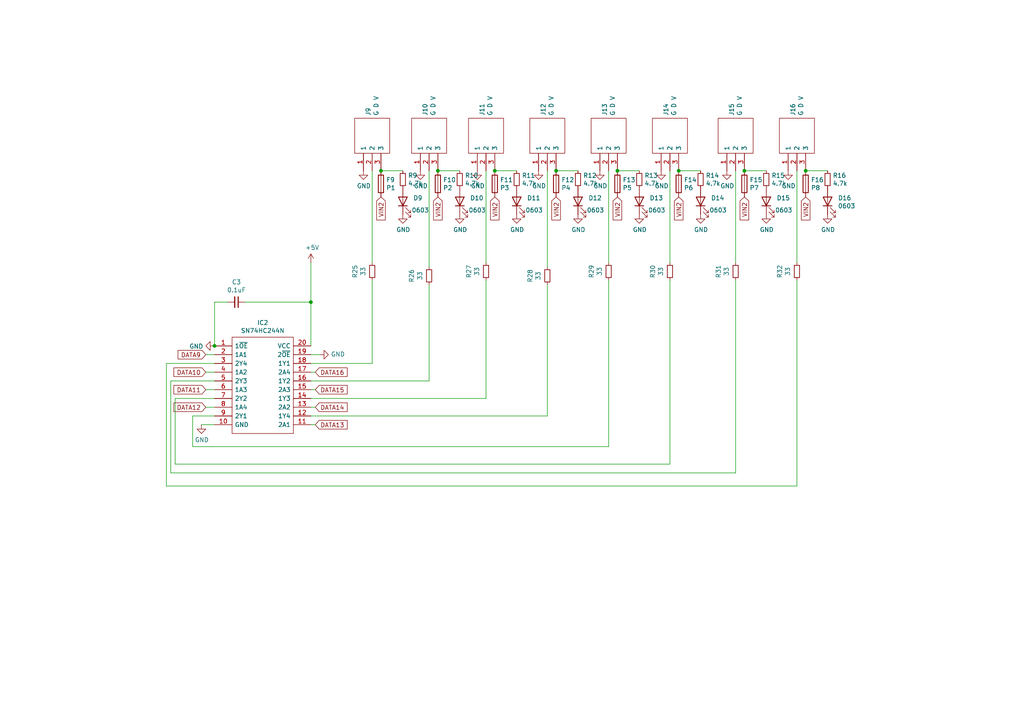
<source format=kicad_sch>
(kicad_sch (version 20211123) (generator eeschema)
  (paper "A4")
  (title_block (title "The Owl - RPI Cape 16ch Pixel Controller") (company "OnlineDynamic"))
  (lib_symbols
    (symbol "Device:C_Small" (pin_numbers hide) (pin_names (offset 0.254) hide)
      (property "Reference" "C" (at 0.254 1.778 0))
      (property "Value" "C_Small" (at 0.254 -2.032 0))
      (symbol "C_Small_0_1"
        (polyline (pts (xy -1.524 -0.508) (xy 1.524 -0.508)) (stroke (width 0.3302)))
        (polyline (pts (xy -1.524 0.508) (xy 1.524 0.508)) (stroke (width 0.3048)))
      )
      (symbol "C_Small_1_1"
        (pin passive line (at 0 2.54 270) (length 2.032) (name "~") (number "1"))
        (pin passive line (at 0 -2.54 90) (length 2.032) (name "~") (number "2"))
      )
    )
    (symbol "Device:Fuse" (pin_numbers hide) (pin_names (offset 0))
      (property "Reference" "F" (at 2.032 0 90))
      (property "Value" "Fuse" (at -1.905 0 90))
      (symbol "Fuse_0_1"
        (rectangle (start -0.762 -2.54) (end 0.762 2.54) (stroke (width 0.254)))
        (polyline (pts (xy 0 2.54) (xy 0 -2.54)))
      )
      (symbol "Fuse_1_1"
        (pin passive line (at 0 3.81 270) (length 1.27) (name "~") (number "1"))
        (pin passive line (at 0 -3.81 90) (length 1.27) (name "~") (number "2"))
      )
    )
    (symbol "Device:LED" (pin_numbers hide) (pin_names (offset 1.016) hide)
      (property "Reference" "D" (at 0 2.54 0))
      (property "Value" "LED" (at 0 -2.54 0))
      (symbol "LED_0_1"
        (polyline (pts (xy -1.27 -1.27) (xy -1.27 1.27)) (stroke (width 0.254)))
        (polyline (pts (xy -1.27 0) (xy 1.27 0)))
        (polyline (pts (xy 1.27 -1.27) (xy 1.27 1.27) (xy -1.27 0) (xy 1.27 -1.27)) (stroke (width 0.254)))
        (polyline (pts (xy -3.048 -0.762) (xy -4.572 -2.286) (xy -3.81 -2.286) (xy -4.572 -2.286) (xy -4.572 -1.524)))
        (polyline (pts (xy -1.778 -0.762) (xy -3.302 -2.286) (xy -2.54 -2.286) (xy -3.302 -2.286) (xy -3.302 -1.524)))
      )
      (symbol "LED_1_1"
        (pin passive line (at -3.81 0 0) (length 2.54) (name "K") (number "1"))
        (pin passive line (at 3.81 0 180) (length 2.54) (name "A") (number "2"))
      )
    )
    (symbol "Device:R_Small" (pin_numbers hide) (pin_names (offset 0.254) hide)
      (property "Reference" "R" (at 0.762 0.508 0))
      (property "Value" "R_Small" (at 0.762 -1.016 0))
      (symbol "R_Small_0_1"
        (rectangle (start -0.762 1.778) (end 0.762 -1.778) (stroke (width 0.2032)))
      )
      (symbol "R_Small_1_1"
        (pin passive line (at 0 2.54 270) (length 0.762) (name "~") (number "1"))
        (pin passive line (at 0 -2.54 90) (length 0.762) (name "~") (number "2"))
      )
    )
    (symbol "owl_cape-rescue:284514-3-SamacSys_Parts" (pin_names (offset 0.762))
      (property "Reference" "J" (at 16.51 7.62 0))
      (property "Value" "284514-3-SamacSys_Parts" (at 16.51 5.08 0))
      (symbol "284514-3-SamacSys_Parts_0_0"
        (pin passive line (at 0 0 0) (length 5.08) (name "1") (number "1"))
        (pin passive line (at 0 -2.54 0) (length 5.08) (name "2") (number "2"))
        (pin passive line (at 0 -5.08 0) (length 5.08) (name "3") (number "3"))
      )
      (symbol "284514-3-SamacSys_Parts_0_1"
        (polyline (pts (xy 5.08 2.54) (xy 15.24 2.54) (xy 15.24 -7.62) (xy 5.08 -7.62) (xy 5.08 2.54)) (stroke (width 0.1524)))
      )
    )
    (symbol "owl_cape-rescue:SN74HC244N-SamacSys_Parts" (pin_names (offset 0.762))
      (property "Reference" "IC" (at 24.13 7.62 0))
      (property "Value" "SN74HC244N-SamacSys_Parts" (at 24.13 5.08 0))
      (symbol "SN74HC244N-SamacSys_Parts_0_0"
        (pin passive line (at 0 0 0) (length 5.08) (name "1~{OE}") (number "1"))
        (pin power_in line (at 0 -22.86 0) (length 5.08) (name "GND") (number "10"))
        (pin passive line (at 27.94 -22.86 180) (length 5.08) (name "2A1") (number "11"))
        (pin passive line (at 27.94 -20.32 180) (length 5.08) (name "1Y4") (number "12"))
        (pin passive line (at 27.94 -17.78 180) (length 5.08) (name "2A2") (number "13"))
        (pin passive line (at 27.94 -15.24 180) (length 5.08) (name "1Y3") (number "14"))
        (pin passive line (at 27.94 -12.7 180) (length 5.08) (name "2A3") (number "15"))
        (pin passive line (at 27.94 -10.16 180) (length 5.08) (name "1Y2") (number "16"))
        (pin passive line (at 27.94 -7.62 180) (length 5.08) (name "2A4") (number "17"))
        (pin passive line (at 27.94 -5.08 180) (length 5.08) (name "1Y1") (number "18"))
        (pin passive line (at 27.94 -2.54 180) (length 5.08) (name "2~{OE}") (number "19"))
        (pin passive line (at 0 -2.54 0) (length 5.08) (name "1A1") (number "2"))
        (pin power_in line (at 27.94 0 180) (length 5.08) (name "VCC") (number "20"))
        (pin passive line (at 0 -5.08 0) (length 5.08) (name "2Y4") (number "3"))
        (pin passive line (at 0 -7.62 0) (length 5.08) (name "1A2") (number "4"))
        (pin passive line (at 0 -10.16 0) (length 5.08) (name "2Y3") (number "5"))
        (pin passive line (at 0 -12.7 0) (length 5.08) (name "1A3") (number "6"))
        (pin passive line (at 0 -15.24 0) (length 5.08) (name "2Y2") (number "7"))
        (pin passive line (at 0 -17.78 0) (length 5.08) (name "1A4") (number "8"))
        (pin passive line (at 0 -20.32 0) (length 5.08) (name "2Y1") (number "9"))
      )
      (symbol "SN74HC244N-SamacSys_Parts_0_1"
        (polyline (pts (xy 5.08 2.54) (xy 22.86 2.54) (xy 22.86 -25.4) (xy 5.08 -25.4) (xy 5.08 2.54)) (stroke (width 0.1524)))
      )
    )
    (symbol "power:+5V" (power) (pin_names (offset 0))
      (property "Value" "+5V" (at 0 3.556 0))
      (symbol "+5V_0_1"
        (polyline (pts (xy -0.762 1.27) (xy 0 2.54)))
        (polyline (pts (xy 0 0) (xy 0 2.54)))
        (polyline (pts (xy 0 2.54) (xy 0.762 1.27)))
      )
      (symbol "+5V_1_1"
        (pin power_in line (at 0 0 90) (length 0) hide (name "+5V") (number "1"))
      )
    )
    (symbol "power:GND" (power) (pin_names (offset 0))
      (property "Value" "GND" (at 0 -3.81 0))
      (symbol "GND_0_1"
        (polyline (pts (xy 0 0) (xy 0 -1.27) (xy 1.27 -1.27) (xy 0 -2.54) (xy -1.27 -1.27) (xy 0 -1.27)))
      )
      (symbol "GND_1_1"
        (pin power_in line (at 0 0 270) (length 0) hide (name "GND") (number "1"))
      )
    )
  )
  (junction (at 143.51 49.53))
  (junction (at 215.9 49.53))
  (junction (at 127 49.53))
  (junction (at 110.49 49.53))
  (junction (at 196.85 49.53))
  (junction (at 62.23 100.33))
  (junction (at 179.07 49.53))
  (junction (at 161.29 49.53))
  (junction (at 90.17 87.63))
  (junction (at 233.68 49.53))
  (wire (pts (xy 124.46 49.53) (xy 124.46 77.47)))
  (wire (pts (xy 49.53 137.16) (xy 213.36 137.16)))
  (wire (pts (xy 71.12 87.63) (xy 90.17 87.63)))
  (wire (pts (xy 179.07 49.53) (xy 185.42 49.53)))
  (wire (pts (xy 62.23 87.63) (xy 62.23 100.33)))
  (wire (pts (xy 161.29 49.53) (xy 167.64 49.53)))
  (wire (pts (xy 90.17 123.19) (xy 91.44 123.19)))
  (wire (pts (xy 59.69 102.87) (xy 62.23 102.87)))
  (wire (pts (xy 55.88 129.54) (xy 176.53 129.54)))
  (wire (pts (xy 90.17 118.11) (xy 91.44 118.11)))
  (wire (pts (xy 231.14 81.28) (xy 231.14 140.97)))
  (wire (pts (xy 90.17 110.49) (xy 124.46 110.49)))
  (wire (pts (xy 213.36 49.53) (xy 213.36 76.2)))
  (wire (pts (xy 140.97 49.53) (xy 140.97 76.2)))
  (wire (pts (xy 107.95 81.28) (xy 107.95 105.41)))
  (wire (pts (xy 90.17 87.63) (xy 90.17 100.33)))
  (wire (pts (xy 143.51 49.53) (xy 149.86 49.53)))
  (wire (pts (xy 90.17 120.65) (xy 158.75 120.65)))
  (wire (pts (xy 48.26 140.97) (xy 231.14 140.97)))
  (wire (pts (xy 50.8 115.57) (xy 62.23 115.57)))
  (wire (pts (xy 124.46 82.55) (xy 124.46 110.49)))
  (wire (pts (xy 196.85 49.53) (xy 203.2 49.53)))
  (wire (pts (xy 49.53 137.16) (xy 49.53 110.49)))
  (wire (pts (xy 176.53 49.53) (xy 176.53 76.2)))
  (wire (pts (xy 55.88 120.65) (xy 62.23 120.65)))
  (wire (pts (xy 48.26 105.41) (xy 62.23 105.41)))
  (wire (pts (xy 140.97 81.28) (xy 140.97 115.57)))
  (wire (pts (xy 50.8 134.62) (xy 50.8 115.57)))
  (wire (pts (xy 107.95 49.53) (xy 107.95 76.2)))
  (wire (pts (xy 158.75 82.55) (xy 158.75 120.65)))
  (wire (pts (xy 49.53 110.49) (xy 62.23 110.49)))
  (wire (pts (xy 59.69 113.03) (xy 62.23 113.03)))
  (wire (pts (xy 213.36 81.28) (xy 213.36 137.16)))
  (wire (pts (xy 58.42 123.19) (xy 62.23 123.19)))
  (wire (pts (xy 176.53 81.28) (xy 176.53 129.54)))
  (wire (pts (xy 50.8 134.62) (xy 194.31 134.62)))
  (wire (pts (xy 127 49.53) (xy 133.35 49.53)))
  (wire (pts (xy 59.69 107.95) (xy 62.23 107.95)))
  (wire (pts (xy 90.17 113.03) (xy 91.44 113.03)))
  (wire (pts (xy 90.17 105.41) (xy 107.95 105.41)))
  (wire (pts (xy 233.68 49.53) (xy 240.03 49.53)))
  (wire (pts (xy 90.17 107.95) (xy 91.44 107.95)))
  (wire (pts (xy 194.31 81.28) (xy 194.31 134.62)))
  (wire (pts (xy 231.14 49.53) (xy 231.14 76.2)))
  (wire (pts (xy 48.26 140.97) (xy 48.26 105.41)))
  (wire (pts (xy 62.23 118.11) (xy 59.69 118.11)))
  (wire (pts (xy 215.9 49.53) (xy 222.25 49.53)))
  (wire (pts (xy 90.17 102.87) (xy 92.71 102.87)))
  (wire (pts (xy 55.88 120.65) (xy 55.88 129.54)))
  (wire (pts (xy 90.17 76.2) (xy 90.17 87.63)))
  (wire (pts (xy 158.75 49.53) (xy 158.75 77.47)))
  (wire (pts (xy 66.04 87.63) (xy 62.23 87.63)))
  (wire (pts (xy 194.31 49.53) (xy 194.31 76.2)))
  (wire (pts (xy 90.17 115.57) (xy 140.97 115.57)))
  (wire (pts (xy 110.49 49.53) (xy 116.84 49.53)))
  (global_label "DATA11" (shape input) (at 59.69 113.03 180) (property "Intersheet References" "${INTERSHEET_REFS}" (effects hide)))
  (global_label "DATA9" (shape input) (at 59.69 102.87 180) (property "Intersheet References" "${INTERSHEET_REFS}" (effects hide)))
  (global_label "DATA10" (shape input) (at 59.69 107.95 180) (property "Intersheet References" "${INTERSHEET_REFS}" (effects hide)))
  (global_label "VIN2" (shape input) (at 215.9 57.15 270) (property "Intersheet References" "${INTERSHEET_REFS}" (effects hide)))
  (global_label "VIN2" (shape input) (at 161.29 57.15 270) (property "Intersheet References" "${INTERSHEET_REFS}" (effects hide)))
  (global_label "VIN2" (shape input) (at 127 57.15 270) (property "Intersheet References" "${INTERSHEET_REFS}" (effects hide)))
  (global_label "DATA15" (shape input) (at 91.44 113.03 0) (property "Intersheet References" "${INTERSHEET_REFS}" (effects hide)))
  (global_label "VIN2" (shape input) (at 179.07 57.15 270) (property "Intersheet References" "${INTERSHEET_REFS}" (effects hide)))
  (global_label "DATA13" (shape input) (at 91.44 123.19 0) (property "Intersheet References" "${INTERSHEET_REFS}" (effects hide)))
  (global_label "DATA12" (shape input) (at 59.69 118.11 180) (property "Intersheet References" "${INTERSHEET_REFS}" (effects hide)))
  (global_label "VIN2" (shape input) (at 233.68 57.15 270) (property "Intersheet References" "${INTERSHEET_REFS}" (effects hide)))
  (global_label "VIN2" (shape input) (at 110.49 57.15 270) (property "Intersheet References" "${INTERSHEET_REFS}" (effects hide)))
  (global_label "DATA14" (shape input) (at 91.44 118.11 0) (property "Intersheet References" "${INTERSHEET_REFS}" (effects hide)))
  (global_label "VIN2" (shape input) (at 143.51 57.15 270) (property "Intersheet References" "${INTERSHEET_REFS}" (effects hide)))
  (global_label "VIN2" (shape input) (at 196.85 57.15 270) (property "Intersheet References" "${INTERSHEET_REFS}" (effects hide)))
  (global_label "DATA16" (shape input) (at 91.44 107.95 0) (property "Intersheet References" "${INTERSHEET_REFS}" (effects hide)))
  (symbol (lib_id "power:GND") (at 121.92 49.53 0) (unit 1)
    (property "Reference" "#PWR0101" (effects hide))
    (property "Value" "GND" (at 122.047 53.9242 0))
  )
  (symbol (lib_id "Device:Fuse") (at 110.49 53.34 0) (unit 1)
    (property "Reference" "F9" (at 112.014 52.1716 0) (effects (justify left)))
    (property "Value" "P1" (at 112.014 54.483 0) (effects (justify left)))
    (property "Footprint" "Fuse:Fuseholder_Blade_Mini_Keystone_3568" (effects hide))
  )
  (symbol (lib_id "power:GND") (at 105.41 49.53 0) (unit 1)
    (property "Reference" "#PWR0102" (effects hide))
    (property "Value" "GND" (at 105.537 53.9242 0))
  )
  (symbol (lib_id "Device:Fuse") (at 127 53.34 0) (unit 1)
    (property "Reference" "F10" (at 128.524 52.1716 0) (effects (justify left)))
    (property "Value" "P2" (at 128.524 54.483 0) (effects (justify left)))
    (property "Footprint" "Fuse:Fuseholder_Blade_Mini_Keystone_3568" (effects hide))
  )
  (symbol (lib_id "power:GND") (at 138.43 49.53 0) (unit 1)
    (property "Reference" "#PWR0103" (effects hide))
    (property "Value" "GND" (at 138.557 53.9242 0))
  )
  (symbol (lib_id "Device:Fuse") (at 143.51 53.34 0) (unit 1)
    (property "Reference" "F11" (at 145.034 52.1716 0) (effects (justify left)))
    (property "Value" "P3" (at 145.034 54.483 0) (effects (justify left)))
    (property "Footprint" "Fuse:Fuseholder_Blade_Mini_Keystone_3568" (effects hide))
  )
  (symbol (lib_id "power:GND") (at 156.21 49.53 0) (unit 1)
    (property "Reference" "#PWR0104" (effects hide))
    (property "Value" "GND" (at 156.337 53.9242 0))
  )
  (symbol (lib_id "Device:Fuse") (at 161.29 53.34 0) (unit 1)
    (property "Reference" "F12" (at 162.814 52.1716 0) (effects (justify left)))
    (property "Value" "P4" (at 162.814 54.483 0) (effects (justify left)))
    (property "Footprint" "Fuse:Fuseholder_Blade_Mini_Keystone_3568" (effects hide))
  )
  (symbol (lib_id "power:GND") (at 173.99 49.53 0) (unit 1)
    (property "Reference" "#PWR0105" (effects hide))
    (property "Value" "GND" (at 174.117 53.9242 0))
  )
  (symbol (lib_id "Device:Fuse") (at 179.07 53.34 0) (unit 1)
    (property "Reference" "F13" (at 180.594 52.1716 0) (effects (justify left)))
    (property "Value" "P5" (at 180.594 54.483 0) (effects (justify left)))
    (property "Footprint" "Fuse:Fuseholder_Blade_Mini_Keystone_3568" (effects hide))
  )
  (symbol (lib_id "power:GND") (at 191.77 49.53 0) (unit 1)
    (property "Reference" "#PWR0106" (effects hide))
    (property "Value" "GND" (at 191.897 53.9242 0))
  )
  (symbol (lib_id "Device:Fuse") (at 196.85 53.34 0) (unit 1)
    (property "Reference" "F14" (at 198.374 52.1716 0) (effects (justify left)))
    (property "Value" "P6" (at 198.374 54.483 0) (effects (justify left)))
    (property "Footprint" "Fuse:Fuseholder_Blade_Mini_Keystone_3568" (effects hide))
  )
  (symbol (lib_id "power:GND") (at 210.82 49.53 0) (unit 1)
    (property "Reference" "#PWR0107" (effects hide))
    (property "Value" "GND" (at 210.947 53.9242 0))
  )
  (symbol (lib_id "Device:Fuse") (at 215.9 53.34 0) (unit 1)
    (property "Reference" "F15" (at 217.424 52.1716 0) (effects (justify left)))
    (property "Value" "P7" (at 217.424 54.483 0) (effects (justify left)))
    (property "Footprint" "Fuse:Fuseholder_Blade_Mini_Keystone_3568" (effects hide))
  )
  (symbol (lib_id "power:GND") (at 228.6 49.53 0) (unit 1)
    (property "Reference" "#PWR0108" (effects hide))
    (property "Value" "GND" (at 228.727 53.9242 0))
  )
  (symbol (lib_id "Device:Fuse") (at 233.68 53.34 0) (unit 1)
    (property "Reference" "F16" (at 235.204 52.1716 0) (effects (justify left)))
    (property "Value" "P8" (at 235.204 54.483 0) (effects (justify left)))
    (property "Footprint" "Fuse:Fuseholder_Blade_Mini_Keystone_3568" (effects hide))
  )
  (symbol (lib_id "Device:LED") (at 240.03 58.42 90) (unit 1)
    (property "Reference" "D16" (at 243.0272 57.4294 90) (effects (justify right)))
    (property "Value" "0603" (at 243.0272 59.7408 90) (effects (justify right)))
    (property "Footprint" "LED_SMD:LED_0603_1608Metric" (effects hide))
    (property "Datasheet" "Everlight-Elec-19-217-GHC-YR1S2-3T_C72043.pdf" (effects hide))
    (property "Description" "C72043" (effects hide))
  )
  (symbol (lib_id "power:GND") (at 240.03 62.23 0) (unit 1)
    (property "Reference" "#PWR0109" (effects hide))
    (property "Value" "GND" (at 240.157 66.6242 0))
  )
  (symbol (lib_id "Device:R_Small") (at 240.03 52.07 0) (unit 1)
    (property "Reference" "R16" (at 241.5286 50.9016 0) (effects (justify left)))
    (property "Value" "4.7k" (at 241.5286 53.213 0) (effects (justify left)))
    (property "Footprint" "Resistor_SMD:R_0805_2012Metric" (effects hide))
    (property "Datasheet" "https://datasheet.lcsc.com/szlcsc/Uniroyal-Elec-0805W8F2201T5E_C17520.pdf" (effects hide))
    (property "Description" "C17673" (effects hide))
  )
  (symbol (lib_id "Device:LED") (at 222.25 58.42 90) (unit 1)
    (property "Reference" "D15" (at 225.2472 57.4294 90) (effects (justify right)))
    (property "Value" "0603" (at 224.79 60.96 90) (effects (justify right)))
    (property "Footprint" "LED_SMD:LED_0603_1608Metric" (effects hide))
    (property "Datasheet" "Everlight-Elec-19-217-GHC-YR1S2-3T_C72043.pdf" (effects hide))
    (property "Description" "C72043" (effects hide))
  )
  (symbol (lib_id "power:GND") (at 222.25 62.23 0) (unit 1)
    (property "Reference" "#PWR0110" (effects hide))
    (property "Value" "GND" (at 222.377 66.6242 0))
  )
  (symbol (lib_id "Device:R_Small") (at 222.25 52.07 0) (unit 1)
    (property "Reference" "R15" (at 223.7486 50.9016 0) (effects (justify left)))
    (property "Value" "4.7k" (at 223.7486 53.213 0) (effects (justify left)))
    (property "Footprint" "Resistor_SMD:R_0805_2012Metric" (effects hide))
    (property "Datasheet" "https://datasheet.lcsc.com/szlcsc/Uniroyal-Elec-0805W8F2201T5E_C17520.pdf" (effects hide))
    (property "Description" "C17673" (effects hide))
  )
  (symbol (lib_id "Device:LED") (at 203.2 58.42 90) (unit 1)
    (property "Reference" "D14" (at 206.1972 57.4294 90) (effects (justify right)))
    (property "Value" "0603" (at 205.74 60.96 90) (effects (justify right)))
    (property "Footprint" "LED_SMD:LED_0603_1608Metric" (effects hide))
    (property "Datasheet" "Everlight-Elec-19-217-GHC-YR1S2-3T_C72043.pdf" (effects hide))
    (property "Description" "C72043" (effects hide))
  )
  (symbol (lib_id "power:GND") (at 203.2 62.23 0) (unit 1)
    (property "Reference" "#PWR0111" (effects hide))
    (property "Value" "GND" (at 203.327 66.6242 0))
  )
  (symbol (lib_id "Device:R_Small") (at 203.2 52.07 0) (unit 1)
    (property "Reference" "R14" (at 204.6986 50.9016 0) (effects (justify left)))
    (property "Value" "4.7k" (at 204.6986 53.213 0) (effects (justify left)))
    (property "Footprint" "Resistor_SMD:R_0805_2012Metric" (effects hide))
    (property "Datasheet" "https://datasheet.lcsc.com/szlcsc/Uniroyal-Elec-0805W8F2201T5E_C17520.pdf" (effects hide))
    (property "Description" "C17673" (effects hide))
  )
  (symbol (lib_id "Device:LED") (at 185.42 58.42 90) (unit 1)
    (property "Reference" "D13" (at 188.4172 57.4294 90) (effects (justify right)))
    (property "Value" "0603" (at 187.96 60.96 90) (effects (justify right)))
    (property "Footprint" "LED_SMD:LED_0603_1608Metric" (effects hide))
    (property "Datasheet" "Everlight-Elec-19-217-GHC-YR1S2-3T_C72043.pdf" (effects hide))
    (property "Description" "C72043" (effects hide))
  )
  (symbol (lib_id "power:GND") (at 185.42 62.23 0) (unit 1)
    (property "Reference" "#PWR0112" (effects hide))
    (property "Value" "GND" (at 185.547 66.6242 0))
  )
  (symbol (lib_id "Device:R_Small") (at 185.42 52.07 0) (unit 1)
    (property "Reference" "R13" (at 186.9186 50.9016 0) (effects (justify left)))
    (property "Value" "4.7k" (at 186.9186 53.213 0) (effects (justify left)))
    (property "Footprint" "Resistor_SMD:R_0805_2012Metric" (effects hide))
    (property "Datasheet" "https://datasheet.lcsc.com/szlcsc/Uniroyal-Elec-0805W8F2201T5E_C17520.pdf" (effects hide))
    (property "Description" "C17673" (effects hide))
  )
  (symbol (lib_id "Device:LED") (at 167.64 58.42 90) (unit 1)
    (property "Reference" "D12" (at 170.6372 57.4294 90) (effects (justify right)))
    (property "Value" "0603" (at 170.18 60.96 90) (effects (justify right)))
    (property "Footprint" "LED_SMD:LED_0603_1608Metric" (effects hide))
    (property "Datasheet" "Everlight-Elec-19-217-GHC-YR1S2-3T_C72043.pdf" (effects hide))
    (property "Description" "C72043" (effects hide))
  )
  (symbol (lib_id "power:GND") (at 167.64 62.23 0) (unit 1)
    (property "Reference" "#PWR0113" (effects hide))
    (property "Value" "GND" (at 167.767 66.6242 0))
  )
  (symbol (lib_id "Device:R_Small") (at 167.64 52.07 0) (unit 1)
    (property "Reference" "R12" (at 169.1386 50.9016 0) (effects (justify left)))
    (property "Value" "4.7k" (at 169.1386 53.213 0) (effects (justify left)))
    (property "Footprint" "Resistor_SMD:R_0805_2012Metric" (effects hide))
    (property "Datasheet" "https://datasheet.lcsc.com/szlcsc/Uniroyal-Elec-0805W8F2201T5E_C17520.pdf" (effects hide))
    (property "Description" "C17673" (effects hide))
  )
  (symbol (lib_id "Device:LED") (at 149.86 58.42 90) (unit 1)
    (property "Reference" "D11" (at 152.8572 57.4294 90) (effects (justify right)))
    (property "Value" "0603" (at 152.4 60.96 90) (effects (justify right)))
    (property "Footprint" "LED_SMD:LED_0603_1608Metric" (effects hide))
    (property "Datasheet" "Everlight-Elec-19-217-GHC-YR1S2-3T_C72043.pdf" (effects hide))
    (property "Description" "C72043" (effects hide))
  )
  (symbol (lib_id "power:GND") (at 149.86 62.23 0) (unit 1)
    (property "Reference" "#PWR0114" (effects hide))
    (property "Value" "GND" (at 149.987 66.6242 0))
  )
  (symbol (lib_id "Device:R_Small") (at 149.86 52.07 0) (unit 1)
    (property "Reference" "R11" (at 151.3586 50.9016 0) (effects (justify left)))
    (property "Value" "4.7k" (at 151.3586 53.213 0) (effects (justify left)))
    (property "Footprint" "Resistor_SMD:R_0805_2012Metric" (effects hide))
    (property "Datasheet" "https://datasheet.lcsc.com/szlcsc/Uniroyal-Elec-0805W8F2201T5E_C17520.pdf" (effects hide))
    (property "Description" "C17673" (effects hide))
  )
  (symbol (lib_id "Device:LED") (at 133.35 58.42 90) (unit 1)
    (property "Reference" "D10" (at 136.3472 57.4294 90) (effects (justify right)))
    (property "Value" "0603" (at 135.89 60.96 90) (effects (justify right)))
    (property "Footprint" "LED_SMD:LED_0603_1608Metric" (effects hide))
    (property "Datasheet" "Everlight-Elec-19-217-GHC-YR1S2-3T_C72043.pdf" (effects hide))
    (property "Description" "C72043" (effects hide))
  )
  (symbol (lib_id "power:GND") (at 133.35 62.23 0) (unit 1)
    (property "Reference" "#PWR0115" (effects hide))
    (property "Value" "GND" (at 133.477 66.6242 0))
  )
  (symbol (lib_id "Device:R_Small") (at 133.35 52.07 0) (unit 1)
    (property "Reference" "R10" (at 134.8486 50.9016 0) (effects (justify left)))
    (property "Value" "4.7k" (at 134.8486 53.213 0) (effects (justify left)))
    (property "Footprint" "Resistor_SMD:R_0805_2012Metric" (effects hide))
    (property "Datasheet" "https://datasheet.lcsc.com/szlcsc/Uniroyal-Elec-0805W8F2201T5E_C17520.pdf" (effects hide))
    (property "Description" "C17673" (effects hide))
  )
  (symbol (lib_id "Device:LED") (at 116.84 58.42 90) (unit 1)
    (property "Reference" "D9" (at 119.8372 57.4294 90) (effects (justify right)))
    (property "Value" "0603" (at 119.38 60.96 90) (effects (justify right)))
    (property "Footprint" "LED_SMD:LED_0603_1608Metric" (effects hide))
    (property "Datasheet" "Everlight-Elec-19-217-GHC-YR1S2-3T_C72043.pdf" (effects hide))
    (property "Description" "C72043" (effects hide))
  )
  (symbol (lib_id "power:GND") (at 116.84 62.23 0) (unit 1)
    (property "Reference" "#PWR0116" (effects hide))
    (property "Value" "GND" (at 116.967 66.6242 0))
  )
  (symbol (lib_id "Device:R_Small") (at 116.84 52.07 0) (unit 1)
    (property "Reference" "R9" (at 118.3386 50.9016 0) (effects (justify left)))
    (property "Value" "4.7k" (at 118.3386 53.213 0) (effects (justify left)))
    (property "Footprint" "Resistor_SMD:R_0805_2012Metric" (effects hide))
    (property "Datasheet" "https://datasheet.lcsc.com/szlcsc/Uniroyal-Elec-0805W8F2201T5E_C17520.pdf" (effects hide))
    (property "Description" "C17673" (effects hide))
  )
  (symbol (lib_id "owl_cape-rescue:284514-3-SamacSys_Parts") (at 105.41 49.53 90) (unit 1)
    (property "Reference" "J9" (at 106.7816 33.5788 0) (effects (justify left)))
    (property "Value" "G D V" (at 109.093 33.5788 0) (effects (justify left)))
    (property "Footprint" "SamacSys_Parts:SHDR3W80P0X350_1X3_1250X725X940P" (effects hide))
    (property "Datasheet" "https://www.te.com/commerce/DocumentDelivery/DDEController?Action=srchrtrv&DocNm=284514&DocType=Customer+Drawing&DocLang=English&DocFormat=pdf&PartCntxt=284514-3" (effects hide))
    (property "Description" "TE Connectivity Buchanan, 3 Way, 1 Row, Straight PCB Terminal Block Header" (effects hide))
    (property "Height" "9.4" (effects hide))
    (property "Mouser Part Number" "571-284514-3" (effects hide))
    (property "Mouser Price/Stock" "https://www.mouser.co.uk/ProductDetail/TE-Connectivity/284514-3/?qs=woBvfblj%2FzwGS50caoQlYA%3D%3D" (effects hide))
    (property "Manufacturer_Name" "TE Connectivity" (effects hide))
    (property "Manufacturer_Part_Number" "284514-3" (effects hide))
  )
  (symbol (lib_id "power:GND") (at 58.42 123.19 0) (unit 1)
    (property "Reference" "#PWR0117" (effects hide))
    (property "Value" "GND" (at 58.547 127.5842 0))
  )
  (symbol (lib_id "power:+5V") (at 90.17 76.2 0) (unit 1)
    (property "Reference" "#PWR0118" (effects hide))
    (property "Value" "+5V" (at 90.551 71.8058 0))
  )
  (symbol (lib_id "owl_cape-rescue:SN74HC244N-SamacSys_Parts") (at 62.23 100.33 0) (unit 1)
    (property "Reference" "IC2" (at 76.2 93.599 0))
    (property "Value" "SN74HC244N" (at 76.2 95.9104 0))
    (property "Footprint" "SamacSys_Parts:DIP794W53P254L2540H508Q20N" (effects hide))
    (property "Datasheet" "http://www.ti.com/general/docs/suppproductinfo.tsp?distId=10&gotoUrl=http%3A%2F%2Fwww.ti.com%2Flit%2Fgpn%2Fsn74hc244" (effects hide))
    (property "Description" "Octal Buffers And Line Drivers With 3-State Outputs" (effects hide))
    (property "Height" "5.08" (effects hide))
    (property "Mouser Part Number" "595-SN74HC244N" (effects hide))
    (property "Mouser Price/Stock" "https://www.mouser.co.uk/ProductDetail/Texas-Instruments/SN74HC244N?qs=N6WZOzgtpqVj86wWMB9mFg%3D%3D" (effects hide))
    (property "Manufacturer_Name" "Texas Instruments" (effects hide))
    (property "Manufacturer_Part_Number" "SN74HC244N" (effects hide))
  )
  (symbol (lib_id "power:GND") (at 92.71 102.87 90) (unit 1)
    (property "Reference" "#PWR0119" (effects hide))
    (property "Value" "GND" (at 95.9612 102.743 90) (effects (justify right)))
  )
  (symbol (lib_id "power:GND") (at 62.23 100.33 270) (unit 1)
    (property "Reference" "#PWR0120" (effects hide))
    (property "Value" "GND" (at 58.9788 100.457 90) (effects (justify right)))
  )
  (symbol (lib_id "Device:R_Small") (at 107.95 78.74 0) (unit 1)
    (property "Reference" "R25" (at 102.9716 78.74 90))
    (property "Value" "33" (at 105.283 78.74 90))
    (property "Footprint" "Resistor_SMD:R_0805_2012Metric" (effects hide))
  )
  (symbol (lib_id "Device:R_Small") (at 124.46 80.01 0) (unit 1)
    (property "Reference" "R26" (at 119.38 80.01 90))
    (property "Value" "33" (at 121.793 80.01 90))
    (property "Footprint" "Resistor_SMD:R_0805_2012Metric" (effects hide))
  )
  (symbol (lib_id "Device:R_Small") (at 140.97 78.74 0) (unit 1)
    (property "Reference" "R27" (at 135.9916 78.74 90))
    (property "Value" "33" (at 138.303 78.74 90))
    (property "Footprint" "Resistor_SMD:R_0805_2012Metric" (effects hide))
  )
  (symbol (lib_id "Device:R_Small") (at 158.75 80.01 0) (unit 1)
    (property "Reference" "R28" (at 153.7716 80.01 90))
    (property "Value" "33" (at 156.083 80.01 90))
    (property "Footprint" "Resistor_SMD:R_0805_2012Metric" (effects hide))
  )
  (symbol (lib_id "Device:R_Small") (at 176.53 78.74 0) (unit 1)
    (property "Reference" "R29" (at 171.5516 78.74 90))
    (property "Value" "33" (at 173.863 78.74 90))
    (property "Footprint" "Resistor_SMD:R_0805_2012Metric" (effects hide))
  )
  (symbol (lib_id "Device:R_Small") (at 194.31 78.74 0) (unit 1)
    (property "Reference" "R30" (at 189.3316 78.74 90))
    (property "Value" "33" (at 191.643 78.74 90))
    (property "Footprint" "Resistor_SMD:R_0805_2012Metric" (effects hide))
  )
  (symbol (lib_id "Device:R_Small") (at 213.36 78.74 0) (unit 1)
    (property "Reference" "R31" (at 208.3816 78.74 90))
    (property "Value" "33" (at 210.693 78.74 90))
    (property "Footprint" "Resistor_SMD:R_0805_2012Metric" (effects hide))
  )
  (symbol (lib_id "Device:R_Small") (at 231.14 78.74 0) (unit 1)
    (property "Reference" "R32" (at 226.1616 78.74 90))
    (property "Value" "33" (at 228.473 78.74 90))
    (property "Footprint" "Resistor_SMD:R_0805_2012Metric" (effects hide))
  )
  (symbol (lib_id "Device:C_Small") (at 68.58 87.63 270) (unit 1)
    (property "Reference" "C3" (at 68.58 81.8134 90))
    (property "Value" "0.1uF" (at 68.58 84.1248 90))
    (property "Footprint" "Capacitor_SMD:CP_Elec_4x5.3" (effects hide))
  )
  (symbol (lib_id "owl_cape-rescue:284514-3-SamacSys_Parts") (at 121.92 49.53 90) (unit 1)
    (property "Reference" "J10" (at 123.2916 33.5788 0) (effects (justify left)))
    (property "Value" "G D V" (at 125.603 33.5788 0) (effects (justify left)))
    (property "Footprint" "SamacSys_Parts:SHDR3W80P0X350_1X3_1250X725X940P" (effects hide))
    (property "Datasheet" "https://www.te.com/commerce/DocumentDelivery/DDEController?Action=srchrtrv&DocNm=284514&DocType=Customer+Drawing&DocLang=English&DocFormat=pdf&PartCntxt=284514-3" (effects hide))
    (property "Description" "TE Connectivity Buchanan, 3 Way, 1 Row, Straight PCB Terminal Block Header" (effects hide))
    (property "Height" "9.4" (effects hide))
    (property "Mouser Part Number" "571-284514-3" (effects hide))
    (property "Mouser Price/Stock" "https://www.mouser.co.uk/ProductDetail/TE-Connectivity/284514-3/?qs=woBvfblj%2FzwGS50caoQlYA%3D%3D" (effects hide))
    (property "Manufacturer_Name" "TE Connectivity" (effects hide))
    (property "Manufacturer_Part_Number" "284514-3" (effects hide))
  )
  (symbol (lib_id "owl_cape-rescue:284514-3-SamacSys_Parts") (at 138.43 49.53 90) (unit 1)
    (property "Reference" "J11" (at 139.8016 33.5788 0) (effects (justify left)))
    (property "Value" "G D V" (at 142.113 33.5788 0) (effects (justify left)))
    (property "Footprint" "SamacSys_Parts:SHDR3W80P0X350_1X3_1250X725X940P" (effects hide))
    (property "Datasheet" "https://www.te.com/commerce/DocumentDelivery/DDEController?Action=srchrtrv&DocNm=284514&DocType=Customer+Drawing&DocLang=English&DocFormat=pdf&PartCntxt=284514-3" (effects hide))
    (property "Description" "TE Connectivity Buchanan, 3 Way, 1 Row, Straight PCB Terminal Block Header" (effects hide))
    (property "Height" "9.4" (effects hide))
    (property "Mouser Part Number" "571-284514-3" (effects hide))
    (property "Mouser Price/Stock" "https://www.mouser.co.uk/ProductDetail/TE-Connectivity/284514-3/?qs=woBvfblj%2FzwGS50caoQlYA%3D%3D" (effects hide))
    (property "Manufacturer_Name" "TE Connectivity" (effects hide))
    (property "Manufacturer_Part_Number" "284514-3" (effects hide))
  )
  (symbol (lib_id "owl_cape-rescue:284514-3-SamacSys_Parts") (at 156.21 49.53 90) (unit 1)
    (property "Reference" "J12" (at 157.5816 33.5788 0) (effects (justify left)))
    (property "Value" "G D V" (at 159.893 33.5788 0) (effects (justify left)))
    (property "Footprint" "SamacSys_Parts:SHDR3W80P0X350_1X3_1250X725X940P" (effects hide))
    (property "Datasheet" "https://www.te.com/commerce/DocumentDelivery/DDEController?Action=srchrtrv&DocNm=284514&DocType=Customer+Drawing&DocLang=English&DocFormat=pdf&PartCntxt=284514-3" (effects hide))
    (property "Description" "TE Connectivity Buchanan, 3 Way, 1 Row, Straight PCB Terminal Block Header" (effects hide))
    (property "Height" "9.4" (effects hide))
    (property "Mouser Part Number" "571-284514-3" (effects hide))
    (property "Mouser Price/Stock" "https://www.mouser.co.uk/ProductDetail/TE-Connectivity/284514-3/?qs=woBvfblj%2FzwGS50caoQlYA%3D%3D" (effects hide))
    (property "Manufacturer_Name" "TE Connectivity" (effects hide))
    (property "Manufacturer_Part_Number" "284514-3" (effects hide))
  )
  (symbol (lib_id "owl_cape-rescue:284514-3-SamacSys_Parts") (at 173.99 49.53 90) (unit 1)
    (property "Reference" "J13" (at 175.3616 33.5788 0) (effects (justify left)))
    (property "Value" "G D V" (at 177.673 33.5788 0) (effects (justify left)))
    (property "Footprint" "SamacSys_Parts:SHDR3W80P0X350_1X3_1250X725X940P" (effects hide))
    (property "Datasheet" "https://www.te.com/commerce/DocumentDelivery/DDEController?Action=srchrtrv&DocNm=284514&DocType=Customer+Drawing&DocLang=English&DocFormat=pdf&PartCntxt=284514-3" (effects hide))
    (property "Description" "TE Connectivity Buchanan, 3 Way, 1 Row, Straight PCB Terminal Block Header" (effects hide))
    (property "Height" "9.4" (effects hide))
    (property "Mouser Part Number" "571-284514-3" (effects hide))
    (property "Mouser Price/Stock" "https://www.mouser.co.uk/ProductDetail/TE-Connectivity/284514-3/?qs=woBvfblj%2FzwGS50caoQlYA%3D%3D" (effects hide))
    (property "Manufacturer_Name" "TE Connectivity" (effects hide))
    (property "Manufacturer_Part_Number" "284514-3" (effects hide))
  )
  (symbol (lib_id "owl_cape-rescue:284514-3-SamacSys_Parts") (at 191.77 49.53 90) (unit 1)
    (property "Reference" "J14" (at 193.1416 33.5788 0) (effects (justify left)))
    (property "Value" "G D V" (at 195.453 33.5788 0) (effects (justify left)))
    (property "Footprint" "SamacSys_Parts:SHDR3W80P0X350_1X3_1250X725X940P" (effects hide))
    (property "Datasheet" "https://www.te.com/commerce/DocumentDelivery/DDEController?Action=srchrtrv&DocNm=284514&DocType=Customer+Drawing&DocLang=English&DocFormat=pdf&PartCntxt=284514-3" (effects hide))
    (property "Description" "TE Connectivity Buchanan, 3 Way, 1 Row, Straight PCB Terminal Block Header" (effects hide))
    (property "Height" "9.4" (effects hide))
    (property "Mouser Part Number" "571-284514-3" (effects hide))
    (property "Mouser Price/Stock" "https://www.mouser.co.uk/ProductDetail/TE-Connectivity/284514-3/?qs=woBvfblj%2FzwGS50caoQlYA%3D%3D" (effects hide))
    (property "Manufacturer_Name" "TE Connectivity" (effects hide))
    (property "Manufacturer_Part_Number" "284514-3" (effects hide))
  )
  (symbol (lib_id "owl_cape-rescue:284514-3-SamacSys_Parts") (at 210.82 49.53 90) (unit 1)
    (property "Reference" "J15" (at 212.1916 33.5788 0) (effects (justify left)))
    (property "Value" "G D V" (at 214.503 33.5788 0) (effects (justify left)))
    (property "Footprint" "SamacSys_Parts:SHDR3W80P0X350_1X3_1250X725X940P" (effects hide))
    (property "Datasheet" "https://www.te.com/commerce/DocumentDelivery/DDEController?Action=srchrtrv&DocNm=284514&DocType=Customer+Drawing&DocLang=English&DocFormat=pdf&PartCntxt=284514-3" (effects hide))
    (property "Description" "TE Connectivity Buchanan, 3 Way, 1 Row, Straight PCB Terminal Block Header" (effects hide))
    (property "Height" "9.4" (effects hide))
    (property "Mouser Part Number" "571-284514-3" (effects hide))
    (property "Mouser Price/Stock" "https://www.mouser.co.uk/ProductDetail/TE-Connectivity/284514-3/?qs=woBvfblj%2FzwGS50caoQlYA%3D%3D" (effects hide))
    (property "Manufacturer_Name" "TE Connectivity" (effects hide))
    (property "Manufacturer_Part_Number" "284514-3" (effects hide))
  )
  (symbol (lib_id "owl_cape-rescue:284514-3-SamacSys_Parts") (at 228.6 49.53 90) (unit 1)
    (property "Reference" "J16" (at 229.9716 33.5788 0) (effects (justify left)))
    (property "Value" "G D V" (at 232.283 33.5788 0) (effects (justify left)))
    (property "Footprint" "SamacSys_Parts:SHDR3W80P0X350_1X3_1250X725X940P" (effects hide))
    (property "Datasheet" "https://www.te.com/commerce/DocumentDelivery/DDEController?Action=srchrtrv&DocNm=284514&DocType=Customer+Drawing&DocLang=English&DocFormat=pdf&PartCntxt=284514-3" (effects hide))
    (property "Description" "TE Connectivity Buchanan, 3 Way, 1 Row, Straight PCB Terminal Block Header" (effects hide))
    (property "Height" "9.4" (effects hide))
    (property "Mouser Part Number" "571-284514-3" (effects hide))
    (property "Mouser Price/Stock" "https://www.mouser.co.uk/ProductDetail/TE-Connectivity/284514-3/?qs=woBvfblj%2FzwGS50caoQlYA%3D%3D" (effects hide))
    (property "Manufacturer_Name" "TE Connectivity" (effects hide))
    (property "Manufacturer_Part_Number" "284514-3" (effects hide))
  )
)
</source>
